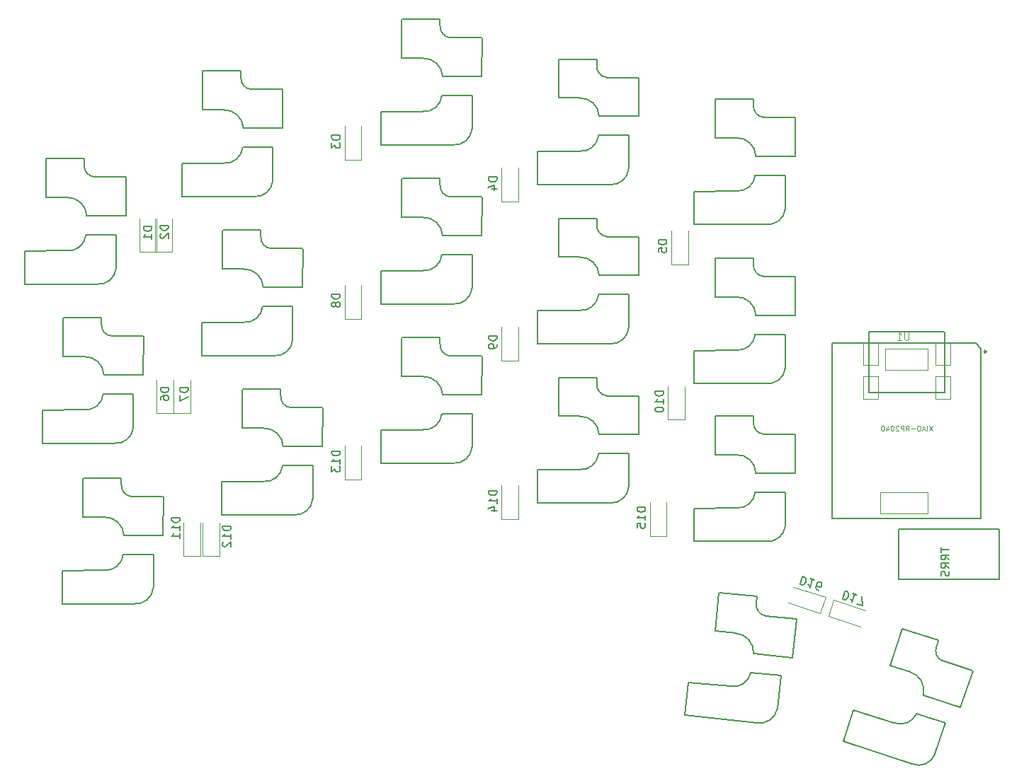
<source format=gbo>
%TF.GenerationSoftware,KiCad,Pcbnew,(6.0.7)*%
%TF.CreationDate,2022-09-23T16:12:31+09:00*%
%TF.ProjectId,selen-full,73656c65-6e2d-4667-956c-6c2e6b696361,rev?*%
%TF.SameCoordinates,Original*%
%TF.FileFunction,Legend,Bot*%
%TF.FilePolarity,Positive*%
%FSLAX46Y46*%
G04 Gerber Fmt 4.6, Leading zero omitted, Abs format (unit mm)*
G04 Created by KiCad (PCBNEW (6.0.7)) date 2022-09-23 16:12:31*
%MOMM*%
%LPD*%
G01*
G04 APERTURE LIST*
%ADD10C,0.150000*%
%ADD11C,0.101600*%
%ADD12C,0.076200*%
%ADD13C,0.120000*%
%ADD14C,0.127000*%
%ADD15C,0.066040*%
%ADD16C,0.254000*%
G04 APERTURE END LIST*
D10*
%TO.C,D9*%
X151952380Y-93961904D02*
X150952380Y-93961904D01*
X150952380Y-94200000D01*
X151000000Y-94342857D01*
X151095238Y-94438095D01*
X151190476Y-94485714D01*
X151380952Y-94533333D01*
X151523809Y-94533333D01*
X151714285Y-94485714D01*
X151809523Y-94438095D01*
X151904761Y-94342857D01*
X151952380Y-94200000D01*
X151952380Y-93961904D01*
X151952380Y-95009523D02*
X151952380Y-95200000D01*
X151904761Y-95295238D01*
X151857142Y-95342857D01*
X151714285Y-95438095D01*
X151523809Y-95485714D01*
X151142857Y-95485714D01*
X151047619Y-95438095D01*
X151000000Y-95390476D01*
X150952380Y-95295238D01*
X150952380Y-95104761D01*
X151000000Y-95009523D01*
X151047619Y-94961904D01*
X151142857Y-94914285D01*
X151380952Y-94914285D01*
X151476190Y-94961904D01*
X151523809Y-95009523D01*
X151571428Y-95104761D01*
X151571428Y-95295238D01*
X151523809Y-95390476D01*
X151476190Y-95438095D01*
X151380952Y-95485714D01*
%TO.C,D4*%
X151952380Y-74961904D02*
X150952380Y-74961904D01*
X150952380Y-75200000D01*
X151000000Y-75342857D01*
X151095238Y-75438095D01*
X151190476Y-75485714D01*
X151380952Y-75533333D01*
X151523809Y-75533333D01*
X151714285Y-75485714D01*
X151809523Y-75438095D01*
X151904761Y-75342857D01*
X151952380Y-75200000D01*
X151952380Y-74961904D01*
X151285714Y-76390476D02*
X151952380Y-76390476D01*
X150904761Y-76152380D02*
X151619047Y-75914285D01*
X151619047Y-76533333D01*
%TO.C,D12*%
X120152380Y-116719714D02*
X119152380Y-116719714D01*
X119152380Y-116957809D01*
X119200000Y-117100666D01*
X119295238Y-117195904D01*
X119390476Y-117243523D01*
X119580952Y-117291142D01*
X119723809Y-117291142D01*
X119914285Y-117243523D01*
X120009523Y-117195904D01*
X120104761Y-117100666D01*
X120152380Y-116957809D01*
X120152380Y-116719714D01*
X120152380Y-118243523D02*
X120152380Y-117672095D01*
X120152380Y-117957809D02*
X119152380Y-117957809D01*
X119295238Y-117862571D01*
X119390476Y-117767333D01*
X119438095Y-117672095D01*
X119247619Y-118624476D02*
X119200000Y-118672095D01*
X119152380Y-118767333D01*
X119152380Y-119005428D01*
X119200000Y-119100666D01*
X119247619Y-119148285D01*
X119342857Y-119195904D01*
X119438095Y-119195904D01*
X119580952Y-119148285D01*
X120152380Y-118576857D01*
X120152380Y-119195904D01*
%TO.C,D17*%
X193561558Y-124501938D02*
X193252541Y-125452994D01*
X193478983Y-125526570D01*
X193629563Y-125525427D01*
X193749570Y-125464280D01*
X193824289Y-125388418D01*
X193928437Y-125221980D01*
X193972583Y-125086115D01*
X193986155Y-124890246D01*
X193970296Y-124784954D01*
X193909150Y-124664947D01*
X193788000Y-124575513D01*
X193561558Y-124501938D01*
X195010787Y-124972821D02*
X194467326Y-124796240D01*
X194739056Y-124884530D02*
X194430039Y-125835587D01*
X194383608Y-125670291D01*
X194322461Y-125550284D01*
X194246599Y-125475566D01*
X195018788Y-126026883D02*
X195652826Y-126232894D01*
X195554247Y-125149402D01*
%TO.C,D15*%
X169702380Y-114485714D02*
X168702380Y-114485714D01*
X168702380Y-114723809D01*
X168750000Y-114866666D01*
X168845238Y-114961904D01*
X168940476Y-115009523D01*
X169130952Y-115057142D01*
X169273809Y-115057142D01*
X169464285Y-115009523D01*
X169559523Y-114961904D01*
X169654761Y-114866666D01*
X169702380Y-114723809D01*
X169702380Y-114485714D01*
X169702380Y-116009523D02*
X169702380Y-115438095D01*
X169702380Y-115723809D02*
X168702380Y-115723809D01*
X168845238Y-115628571D01*
X168940476Y-115533333D01*
X168988095Y-115438095D01*
X168702380Y-116914285D02*
X168702380Y-116438095D01*
X169178571Y-116390476D01*
X169130952Y-116438095D01*
X169083333Y-116533333D01*
X169083333Y-116771428D01*
X169130952Y-116866666D01*
X169178571Y-116914285D01*
X169273809Y-116961904D01*
X169511904Y-116961904D01*
X169607142Y-116914285D01*
X169654761Y-116866666D01*
X169702380Y-116771428D01*
X169702380Y-116533333D01*
X169654761Y-116438095D01*
X169607142Y-116390476D01*
%TO.C,D8*%
X133202380Y-88961904D02*
X132202380Y-88961904D01*
X132202380Y-89200000D01*
X132250000Y-89342857D01*
X132345238Y-89438095D01*
X132440476Y-89485714D01*
X132630952Y-89533333D01*
X132773809Y-89533333D01*
X132964285Y-89485714D01*
X133059523Y-89438095D01*
X133154761Y-89342857D01*
X133202380Y-89200000D01*
X133202380Y-88961904D01*
X132630952Y-90104761D02*
X132583333Y-90009523D01*
X132535714Y-89961904D01*
X132440476Y-89914285D01*
X132392857Y-89914285D01*
X132297619Y-89961904D01*
X132250000Y-90009523D01*
X132202380Y-90104761D01*
X132202380Y-90295238D01*
X132250000Y-90390476D01*
X132297619Y-90438095D01*
X132392857Y-90485714D01*
X132440476Y-90485714D01*
X132535714Y-90438095D01*
X132583333Y-90390476D01*
X132630952Y-90295238D01*
X132630952Y-90104761D01*
X132678571Y-90009523D01*
X132726190Y-89961904D01*
X132821428Y-89914285D01*
X133011904Y-89914285D01*
X133107142Y-89961904D01*
X133154761Y-90009523D01*
X133202380Y-90104761D01*
X133202380Y-90295238D01*
X133154761Y-90390476D01*
X133107142Y-90438095D01*
X133011904Y-90485714D01*
X132821428Y-90485714D01*
X132726190Y-90438095D01*
X132678571Y-90390476D01*
X132630952Y-90295238D01*
%TO.C,D11*%
X114052380Y-115719714D02*
X113052380Y-115719714D01*
X113052380Y-115957809D01*
X113100000Y-116100666D01*
X113195238Y-116195904D01*
X113290476Y-116243523D01*
X113480952Y-116291142D01*
X113623809Y-116291142D01*
X113814285Y-116243523D01*
X113909523Y-116195904D01*
X114004761Y-116100666D01*
X114052380Y-115957809D01*
X114052380Y-115719714D01*
X114052380Y-117243523D02*
X114052380Y-116672095D01*
X114052380Y-116957809D02*
X113052380Y-116957809D01*
X113195238Y-116862571D01*
X113290476Y-116767333D01*
X113338095Y-116672095D01*
X114052380Y-118195904D02*
X114052380Y-117624476D01*
X114052380Y-117910190D02*
X113052380Y-117910190D01*
X113195238Y-117814952D01*
X113290476Y-117719714D01*
X113338095Y-117624476D01*
%TO.C,D3*%
X133202380Y-69961904D02*
X132202380Y-69961904D01*
X132202380Y-70200000D01*
X132250000Y-70342857D01*
X132345238Y-70438095D01*
X132440476Y-70485714D01*
X132630952Y-70533333D01*
X132773809Y-70533333D01*
X132964285Y-70485714D01*
X133059523Y-70438095D01*
X133154761Y-70342857D01*
X133202380Y-70200000D01*
X133202380Y-69961904D01*
X132202380Y-70866666D02*
X132202380Y-71485714D01*
X132583333Y-71152380D01*
X132583333Y-71295238D01*
X132630952Y-71390476D01*
X132678571Y-71438095D01*
X132773809Y-71485714D01*
X133011904Y-71485714D01*
X133107142Y-71438095D01*
X133154761Y-71390476D01*
X133202380Y-71295238D01*
X133202380Y-71009523D01*
X133154761Y-70914285D01*
X133107142Y-70866666D01*
%TO.C,D5*%
X172252380Y-82461904D02*
X171252380Y-82461904D01*
X171252380Y-82700000D01*
X171300000Y-82842857D01*
X171395238Y-82938095D01*
X171490476Y-82985714D01*
X171680952Y-83033333D01*
X171823809Y-83033333D01*
X172014285Y-82985714D01*
X172109523Y-82938095D01*
X172204761Y-82842857D01*
X172252380Y-82700000D01*
X172252380Y-82461904D01*
X171252380Y-83938095D02*
X171252380Y-83461904D01*
X171728571Y-83414285D01*
X171680952Y-83461904D01*
X171633333Y-83557142D01*
X171633333Y-83795238D01*
X171680952Y-83890476D01*
X171728571Y-83938095D01*
X171823809Y-83985714D01*
X172061904Y-83985714D01*
X172157142Y-83938095D01*
X172204761Y-83890476D01*
X172252380Y-83795238D01*
X172252380Y-83557142D01*
X172204761Y-83461904D01*
X172157142Y-83414285D01*
%TO.C,D1*%
X110688380Y-80845904D02*
X109688380Y-80845904D01*
X109688380Y-81084000D01*
X109736000Y-81226857D01*
X109831238Y-81322095D01*
X109926476Y-81369714D01*
X110116952Y-81417333D01*
X110259809Y-81417333D01*
X110450285Y-81369714D01*
X110545523Y-81322095D01*
X110640761Y-81226857D01*
X110688380Y-81084000D01*
X110688380Y-80845904D01*
X110688380Y-82369714D02*
X110688380Y-81798285D01*
X110688380Y-82084000D02*
X109688380Y-82084000D01*
X109831238Y-81988761D01*
X109926476Y-81893523D01*
X109974095Y-81798285D01*
%TO.C,D16*%
X188490393Y-122750207D02*
X188181376Y-123701263D01*
X188407818Y-123774839D01*
X188558398Y-123773696D01*
X188678405Y-123712549D01*
X188753124Y-123636687D01*
X188857272Y-123470249D01*
X188901418Y-123334384D01*
X188914990Y-123138515D01*
X188899131Y-123033223D01*
X188837985Y-122913216D01*
X188716835Y-122823782D01*
X188490393Y-122750207D01*
X189939622Y-123221090D02*
X189396161Y-123044509D01*
X189667891Y-123132799D02*
X189358874Y-124083856D01*
X189312443Y-123918560D01*
X189251296Y-123798553D01*
X189175434Y-123723835D01*
X190445796Y-124437018D02*
X190264642Y-124378158D01*
X190188781Y-124303439D01*
X190158207Y-124243436D01*
X190111776Y-124078140D01*
X190125348Y-123882271D01*
X190243068Y-123519964D01*
X190317787Y-123444102D01*
X190377790Y-123413529D01*
X190483082Y-123397671D01*
X190664236Y-123456531D01*
X190740098Y-123531250D01*
X190770671Y-123591253D01*
X190786529Y-123696545D01*
X190712954Y-123922987D01*
X190638235Y-123998849D01*
X190578232Y-124029422D01*
X190472940Y-124045281D01*
X190291786Y-123986420D01*
X190215924Y-123911702D01*
X190185351Y-123851698D01*
X190169493Y-123746406D01*
%TO.C,D13*%
X133202380Y-107735714D02*
X132202380Y-107735714D01*
X132202380Y-107973809D01*
X132250000Y-108116666D01*
X132345238Y-108211904D01*
X132440476Y-108259523D01*
X132630952Y-108307142D01*
X132773809Y-108307142D01*
X132964285Y-108259523D01*
X133059523Y-108211904D01*
X133154761Y-108116666D01*
X133202380Y-107973809D01*
X133202380Y-107735714D01*
X133202380Y-109259523D02*
X133202380Y-108688095D01*
X133202380Y-108973809D02*
X132202380Y-108973809D01*
X132345238Y-108878571D01*
X132440476Y-108783333D01*
X132488095Y-108688095D01*
X132202380Y-109592857D02*
X132202380Y-110211904D01*
X132583333Y-109878571D01*
X132583333Y-110021428D01*
X132630952Y-110116666D01*
X132678571Y-110164285D01*
X132773809Y-110211904D01*
X133011904Y-110211904D01*
X133107142Y-110164285D01*
X133154761Y-110116666D01*
X133202380Y-110021428D01*
X133202380Y-109735714D01*
X133154761Y-109640476D01*
X133107142Y-109592857D01*
%TO.C,D10*%
X171852380Y-100585714D02*
X170852380Y-100585714D01*
X170852380Y-100823809D01*
X170900000Y-100966666D01*
X170995238Y-101061904D01*
X171090476Y-101109523D01*
X171280952Y-101157142D01*
X171423809Y-101157142D01*
X171614285Y-101109523D01*
X171709523Y-101061904D01*
X171804761Y-100966666D01*
X171852380Y-100823809D01*
X171852380Y-100585714D01*
X171852380Y-102109523D02*
X171852380Y-101538095D01*
X171852380Y-101823809D02*
X170852380Y-101823809D01*
X170995238Y-101728571D01*
X171090476Y-101633333D01*
X171138095Y-101538095D01*
X170852380Y-102728571D02*
X170852380Y-102823809D01*
X170900000Y-102919047D01*
X170947619Y-102966666D01*
X171042857Y-103014285D01*
X171233333Y-103061904D01*
X171471428Y-103061904D01*
X171661904Y-103014285D01*
X171757142Y-102966666D01*
X171804761Y-102919047D01*
X171852380Y-102823809D01*
X171852380Y-102728571D01*
X171804761Y-102633333D01*
X171757142Y-102585714D01*
X171661904Y-102538095D01*
X171471428Y-102490476D01*
X171233333Y-102490476D01*
X171042857Y-102538095D01*
X170947619Y-102585714D01*
X170900000Y-102633333D01*
X170852380Y-102728571D01*
%TO.C,D14*%
X151952380Y-112485714D02*
X150952380Y-112485714D01*
X150952380Y-112723809D01*
X151000000Y-112866666D01*
X151095238Y-112961904D01*
X151190476Y-113009523D01*
X151380952Y-113057142D01*
X151523809Y-113057142D01*
X151714285Y-113009523D01*
X151809523Y-112961904D01*
X151904761Y-112866666D01*
X151952380Y-112723809D01*
X151952380Y-112485714D01*
X151952380Y-114009523D02*
X151952380Y-113438095D01*
X151952380Y-113723809D02*
X150952380Y-113723809D01*
X151095238Y-113628571D01*
X151190476Y-113533333D01*
X151238095Y-113438095D01*
X151285714Y-114866666D02*
X151952380Y-114866666D01*
X150904761Y-114628571D02*
X151619047Y-114390476D01*
X151619047Y-115009523D01*
%TO.C,J1*%
X205022880Y-119287595D02*
X205022880Y-119859023D01*
X206022880Y-119573309D02*
X205022880Y-119573309D01*
X206022880Y-120763785D02*
X205546690Y-120430452D01*
X206022880Y-120192357D02*
X205022880Y-120192357D01*
X205022880Y-120573309D01*
X205070500Y-120668547D01*
X205118119Y-120716166D01*
X205213357Y-120763785D01*
X205356214Y-120763785D01*
X205451452Y-120716166D01*
X205499071Y-120668547D01*
X205546690Y-120573309D01*
X205546690Y-120192357D01*
X206022880Y-121763785D02*
X205546690Y-121430452D01*
X206022880Y-121192357D02*
X205022880Y-121192357D01*
X205022880Y-121573309D01*
X205070500Y-121668547D01*
X205118119Y-121716166D01*
X205213357Y-121763785D01*
X205356214Y-121763785D01*
X205451452Y-121716166D01*
X205499071Y-121668547D01*
X205546690Y-121573309D01*
X205546690Y-121192357D01*
X205975261Y-122144738D02*
X206022880Y-122287595D01*
X206022880Y-122525690D01*
X205975261Y-122620928D01*
X205927642Y-122668547D01*
X205832404Y-122716166D01*
X205737166Y-122716166D01*
X205641928Y-122668547D01*
X205594309Y-122620928D01*
X205546690Y-122525690D01*
X205499071Y-122335214D01*
X205451452Y-122239976D01*
X205403833Y-122192357D01*
X205308595Y-122144738D01*
X205213357Y-122144738D01*
X205118119Y-122192357D01*
X205070500Y-122239976D01*
X205022880Y-122335214D01*
X205022880Y-122573309D01*
X205070500Y-122716166D01*
%TO.C,D2*%
X112688380Y-80745904D02*
X111688380Y-80745904D01*
X111688380Y-80984000D01*
X111736000Y-81126857D01*
X111831238Y-81222095D01*
X111926476Y-81269714D01*
X112116952Y-81317333D01*
X112259809Y-81317333D01*
X112450285Y-81269714D01*
X112545523Y-81222095D01*
X112640761Y-81126857D01*
X112688380Y-80984000D01*
X112688380Y-80745904D01*
X111783619Y-81698285D02*
X111736000Y-81745904D01*
X111688380Y-81841142D01*
X111688380Y-82079238D01*
X111736000Y-82174476D01*
X111783619Y-82222095D01*
X111878857Y-82269714D01*
X111974095Y-82269714D01*
X112116952Y-82222095D01*
X112688380Y-81650666D01*
X112688380Y-82269714D01*
%TO.C,D7*%
X115027380Y-100149904D02*
X114027380Y-100149904D01*
X114027380Y-100388000D01*
X114075000Y-100530857D01*
X114170238Y-100626095D01*
X114265476Y-100673714D01*
X114455952Y-100721333D01*
X114598809Y-100721333D01*
X114789285Y-100673714D01*
X114884523Y-100626095D01*
X114979761Y-100530857D01*
X115027380Y-100388000D01*
X115027380Y-100149904D01*
X114027380Y-101054666D02*
X114027380Y-101721333D01*
X115027380Y-101292761D01*
D11*
%TO.C,U1*%
X201181017Y-93581782D02*
X201181017Y-94301449D01*
X201138684Y-94386116D01*
X201096350Y-94428449D01*
X201011684Y-94470782D01*
X200842350Y-94470782D01*
X200757684Y-94428449D01*
X200715350Y-94386116D01*
X200673017Y-94301449D01*
X200673017Y-93581782D01*
X199784017Y-94470782D02*
X200292017Y-94470782D01*
X200038017Y-94470782D02*
X200038017Y-93581782D01*
X200122684Y-93708782D01*
X200207350Y-93793449D01*
X200292017Y-93835782D01*
D12*
X204025212Y-104720287D02*
X203618812Y-105329887D01*
X203618812Y-104720287D02*
X204025212Y-105329887D01*
X203386584Y-105329887D02*
X203386584Y-104720287D01*
X203125326Y-105155716D02*
X202835041Y-105155716D01*
X203183384Y-105329887D02*
X202980184Y-104720287D01*
X202776984Y-105329887D01*
X202457669Y-104720287D02*
X202341555Y-104720287D01*
X202283498Y-104749316D01*
X202225441Y-104807373D01*
X202196412Y-104923487D01*
X202196412Y-105126687D01*
X202225441Y-105242801D01*
X202283498Y-105300858D01*
X202341555Y-105329887D01*
X202457669Y-105329887D01*
X202515726Y-105300858D01*
X202573784Y-105242801D01*
X202602812Y-105126687D01*
X202602812Y-104923487D01*
X202573784Y-104807373D01*
X202515726Y-104749316D01*
X202457669Y-104720287D01*
X201935155Y-105097658D02*
X201470698Y-105097658D01*
X200832069Y-105329887D02*
X201035269Y-105039601D01*
X201180412Y-105329887D02*
X201180412Y-104720287D01*
X200948184Y-104720287D01*
X200890126Y-104749316D01*
X200861098Y-104778344D01*
X200832069Y-104836401D01*
X200832069Y-104923487D01*
X200861098Y-104981544D01*
X200890126Y-105010573D01*
X200948184Y-105039601D01*
X201180412Y-105039601D01*
X200570812Y-105329887D02*
X200570812Y-104720287D01*
X200338584Y-104720287D01*
X200280526Y-104749316D01*
X200251498Y-104778344D01*
X200222469Y-104836401D01*
X200222469Y-104923487D01*
X200251498Y-104981544D01*
X200280526Y-105010573D01*
X200338584Y-105039601D01*
X200570812Y-105039601D01*
X199990241Y-104778344D02*
X199961212Y-104749316D01*
X199903155Y-104720287D01*
X199758012Y-104720287D01*
X199699955Y-104749316D01*
X199670926Y-104778344D01*
X199641898Y-104836401D01*
X199641898Y-104894458D01*
X199670926Y-104981544D01*
X200019269Y-105329887D01*
X199641898Y-105329887D01*
X199264526Y-104720287D02*
X199206469Y-104720287D01*
X199148412Y-104749316D01*
X199119384Y-104778344D01*
X199090355Y-104836401D01*
X199061326Y-104952516D01*
X199061326Y-105097658D01*
X199090355Y-105213773D01*
X199119384Y-105271830D01*
X199148412Y-105300858D01*
X199206469Y-105329887D01*
X199264526Y-105329887D01*
X199322584Y-105300858D01*
X199351612Y-105271830D01*
X199380641Y-105213773D01*
X199409669Y-105097658D01*
X199409669Y-104952516D01*
X199380641Y-104836401D01*
X199351612Y-104778344D01*
X199322584Y-104749316D01*
X199264526Y-104720287D01*
X198538812Y-104923487D02*
X198538812Y-105329887D01*
X198683955Y-104691258D02*
X198829098Y-105126687D01*
X198451726Y-105126687D01*
X198103384Y-104720287D02*
X198045326Y-104720287D01*
X197987269Y-104749316D01*
X197958241Y-104778344D01*
X197929212Y-104836401D01*
X197900184Y-104952516D01*
X197900184Y-105097658D01*
X197929212Y-105213773D01*
X197958241Y-105271830D01*
X197987269Y-105300858D01*
X198045326Y-105329887D01*
X198103384Y-105329887D01*
X198161441Y-105300858D01*
X198190469Y-105271830D01*
X198219498Y-105213773D01*
X198248526Y-105097658D01*
X198248526Y-104952516D01*
X198219498Y-104836401D01*
X198190469Y-104778344D01*
X198161441Y-104749316D01*
X198103384Y-104720287D01*
D10*
%TO.C,D6*%
X112720380Y-100149904D02*
X111720380Y-100149904D01*
X111720380Y-100388000D01*
X111768000Y-100530857D01*
X111863238Y-100626095D01*
X111958476Y-100673714D01*
X112148952Y-100721333D01*
X112291809Y-100721333D01*
X112482285Y-100673714D01*
X112577523Y-100626095D01*
X112672761Y-100530857D01*
X112720380Y-100388000D01*
X112720380Y-100149904D01*
X111720380Y-101578476D02*
X111720380Y-101388000D01*
X111768000Y-101292761D01*
X111815619Y-101245142D01*
X111958476Y-101149904D01*
X112148952Y-101102285D01*
X112529904Y-101102285D01*
X112625142Y-101149904D01*
X112672761Y-101197523D01*
X112720380Y-101292761D01*
X112720380Y-101483238D01*
X112672761Y-101578476D01*
X112625142Y-101626095D01*
X112529904Y-101673714D01*
X112291809Y-101673714D01*
X112196571Y-101626095D01*
X112148952Y-101578476D01*
X112101333Y-101483238D01*
X112101333Y-101292761D01*
X112148952Y-101197523D01*
X112196571Y-101149904D01*
X112291809Y-101102285D01*
D13*
%TO.C,D9*%
X154500000Y-96900000D02*
X154500000Y-92850000D01*
X152500000Y-96900000D02*
X154500000Y-96900000D01*
X152500000Y-96900000D02*
X152500000Y-92850000D01*
%TO.C,D4*%
X152500000Y-77900000D02*
X154500000Y-77900000D01*
X154500000Y-77900000D02*
X154500000Y-73850000D01*
X152500000Y-77900000D02*
X152500000Y-73850000D01*
%TO.C,D12*%
X116750000Y-120334000D02*
X118750000Y-120334000D01*
X118750000Y-120334000D02*
X118750000Y-116284000D01*
X116750000Y-120334000D02*
X116750000Y-116284000D01*
%TO.C,D17*%
X192175277Y-125578632D02*
X196027056Y-126830151D01*
X191557243Y-127480745D02*
X195409022Y-128732264D01*
X192175277Y-125578632D02*
X191557243Y-127480745D01*
D10*
%TO.C,SW1*%
X95530000Y-87766500D02*
X104155000Y-87766500D01*
X107605000Y-79562500D02*
X107630000Y-74962500D01*
X98055000Y-77387500D02*
X100605000Y-77387500D01*
X98055000Y-72737500D02*
X102605000Y-72737500D01*
X98030000Y-77362500D02*
X98030000Y-72762500D01*
X103830000Y-74937500D02*
X107605000Y-74937500D01*
X95530000Y-83858500D02*
X95530000Y-87766500D01*
X102610000Y-73462500D02*
X102610000Y-72762500D01*
X106430000Y-81858500D02*
X102820000Y-81858500D01*
X95530000Y-83812500D02*
X100580000Y-83766500D01*
X106430000Y-85812500D02*
X106430000Y-81867500D01*
X102905000Y-79587500D02*
X107605000Y-79587500D01*
X100555000Y-83762500D02*
G75*
G03*
X102815000Y-81882500I190000J2070000D01*
G01*
X102610000Y-73512500D02*
G75*
G03*
X103830000Y-74932500I1320000J-100000D01*
G01*
X104155000Y-87766500D02*
G75*
G03*
X106419000Y-85882500I190000J2074000D01*
G01*
X102900000Y-79562500D02*
G75*
G03*
X100530000Y-77392500I-2270000J-100000D01*
G01*
%TO.C,SW13*%
X145155000Y-94893750D02*
X145155000Y-94193750D01*
X138075000Y-105243750D02*
X143125000Y-105197750D01*
X150150000Y-100993750D02*
X150175000Y-96393750D01*
X138075000Y-109197750D02*
X146700000Y-109197750D01*
X140575000Y-98793750D02*
X140575000Y-94193750D01*
X138075000Y-105289750D02*
X138075000Y-109197750D01*
X145450000Y-101018750D02*
X150150000Y-101018750D01*
X140600000Y-94168750D02*
X145150000Y-94168750D01*
X146375000Y-96368750D02*
X150150000Y-96368750D01*
X148975000Y-103289750D02*
X145365000Y-103289750D01*
X148975000Y-107243750D02*
X148975000Y-103298750D01*
X140600000Y-98818750D02*
X143150000Y-98818750D01*
X145155000Y-94943750D02*
G75*
G03*
X146375000Y-96363750I1320000J-100000D01*
G01*
X143100000Y-105193750D02*
G75*
G03*
X145360000Y-103313750I190000J2070000D01*
G01*
X145445000Y-100993750D02*
G75*
G03*
X143075000Y-98823750I-2270000J-100000D01*
G01*
X146700000Y-109197750D02*
G75*
G03*
X148964000Y-107313750I190000J2074000D01*
G01*
D13*
%TO.C,D15*%
X170250000Y-117900000D02*
X170250000Y-113850000D01*
X170250000Y-117900000D02*
X172250000Y-117900000D01*
X172250000Y-117900000D02*
X172250000Y-113850000D01*
%TO.C,D8*%
X133750000Y-91900000D02*
X135750000Y-91900000D01*
X133750000Y-91900000D02*
X133750000Y-87850000D01*
X135750000Y-91900000D02*
X135750000Y-87850000D01*
D10*
%TO.C,SW7*%
X123723750Y-82035000D02*
X123723750Y-81335000D01*
X116643750Y-92431000D02*
X116643750Y-96339000D01*
X127543750Y-90431000D02*
X123933750Y-90431000D01*
X127543750Y-94385000D02*
X127543750Y-90440000D01*
X116643750Y-92385000D02*
X121693750Y-92339000D01*
X116643750Y-96339000D02*
X125268750Y-96339000D01*
X124018750Y-88160000D02*
X128718750Y-88160000D01*
X128718750Y-88135000D02*
X128743750Y-83535000D01*
X119168750Y-81310000D02*
X123718750Y-81310000D01*
X124943750Y-83510000D02*
X128718750Y-83510000D01*
X119168750Y-85960000D02*
X121718750Y-85960000D01*
X119143750Y-85935000D02*
X119143750Y-81335000D01*
X123723750Y-82085000D02*
G75*
G03*
X124943750Y-83505000I1320000J-100000D01*
G01*
X124013750Y-88135000D02*
G75*
G03*
X121643750Y-85965000I-2270000J-100000D01*
G01*
X125268750Y-96339000D02*
G75*
G03*
X127532750Y-94455000I190000J2074000D01*
G01*
X121668750Y-92335000D02*
G75*
G03*
X123928750Y-90455000I190000J2070000D01*
G01*
D13*
%TO.C,D11*%
X116500000Y-120334000D02*
X116500000Y-116284000D01*
X114500000Y-120334000D02*
X116500000Y-120334000D01*
X114500000Y-120334000D02*
X114500000Y-116284000D01*
D10*
%TO.C,SW6*%
X97593750Y-102862500D02*
X102643750Y-102816500D01*
X104673750Y-92512500D02*
X104673750Y-91812500D01*
X97593750Y-106816500D02*
X106218750Y-106816500D01*
X97593750Y-102908500D02*
X97593750Y-106816500D01*
X100118750Y-96437500D02*
X102668750Y-96437500D01*
X100093750Y-96412500D02*
X100093750Y-91812500D01*
X100118750Y-91787500D02*
X104668750Y-91787500D01*
X108493750Y-100908500D02*
X104883750Y-100908500D01*
X108493750Y-104862500D02*
X108493750Y-100917500D01*
X104968750Y-98637500D02*
X109668750Y-98637500D01*
X105893750Y-93987500D02*
X109668750Y-93987500D01*
X109668750Y-98612500D02*
X109693750Y-94012500D01*
X104963750Y-98612500D02*
G75*
G03*
X102593750Y-96442500I-2270000J-100000D01*
G01*
X102618750Y-102812500D02*
G75*
G03*
X104878750Y-100932500I190000J2070000D01*
G01*
X106218750Y-106816500D02*
G75*
G03*
X108482750Y-104932500I190000J2074000D01*
G01*
X104673750Y-92562500D02*
G75*
G03*
X105893750Y-93982500I1320000J-100000D01*
G01*
%TO.C,SW11*%
X107055000Y-111721250D02*
X107055000Y-111021250D01*
X107350000Y-117846250D02*
X112050000Y-117846250D01*
X99975000Y-122117250D02*
X99975000Y-126025250D01*
X108275000Y-113196250D02*
X112050000Y-113196250D01*
X99975000Y-122071250D02*
X105025000Y-122025250D01*
X110875000Y-124071250D02*
X110875000Y-120126250D01*
X112050000Y-117821250D02*
X112075000Y-113221250D01*
X102500000Y-110996250D02*
X107050000Y-110996250D01*
X102500000Y-115646250D02*
X105050000Y-115646250D01*
X99975000Y-126025250D02*
X108600000Y-126025250D01*
X102475000Y-115621250D02*
X102475000Y-111021250D01*
X110875000Y-120117250D02*
X107265000Y-120117250D01*
X108600000Y-126025250D02*
G75*
G03*
X110864000Y-124141250I190000J2074000D01*
G01*
X107055000Y-111771250D02*
G75*
G03*
X108275000Y-113191250I1320000J-100000D01*
G01*
X105000000Y-122021250D02*
G75*
G03*
X107260000Y-120141250I190000J2070000D01*
G01*
X107345000Y-117821250D02*
G75*
G03*
X104975000Y-115651250I-2270000J-100000D01*
G01*
%TO.C,SW8*%
X140600000Y-79768750D02*
X143150000Y-79768750D01*
X148975000Y-88193750D02*
X148975000Y-84248750D01*
X145450000Y-81968750D02*
X150150000Y-81968750D01*
X138075000Y-86239750D02*
X138075000Y-90147750D01*
X148975000Y-84239750D02*
X145365000Y-84239750D01*
X150150000Y-81943750D02*
X150175000Y-77343750D01*
X138075000Y-90147750D02*
X146700000Y-90147750D01*
X140600000Y-75118750D02*
X145150000Y-75118750D01*
X138075000Y-86193750D02*
X143125000Y-86147750D01*
X145155000Y-75843750D02*
X145155000Y-75143750D01*
X140575000Y-79743750D02*
X140575000Y-75143750D01*
X146375000Y-77318750D02*
X150150000Y-77318750D01*
X143100000Y-86143750D02*
G75*
G03*
X145360000Y-84263750I190000J2070000D01*
G01*
X145445000Y-81943750D02*
G75*
G03*
X143075000Y-79773750I-2270000J-100000D01*
G01*
X146700000Y-90147750D02*
G75*
G03*
X148964000Y-88263750I190000J2074000D01*
G01*
X145155000Y-75893750D02*
G75*
G03*
X146375000Y-77313750I1320000J-100000D01*
G01*
%TO.C,SW10*%
X175540000Y-95718750D02*
X180590000Y-95672750D01*
X178040000Y-89268750D02*
X178040000Y-84668750D01*
X187615000Y-91468750D02*
X187640000Y-86868750D01*
X186440000Y-97718750D02*
X186440000Y-93773750D01*
X183840000Y-86843750D02*
X187615000Y-86843750D01*
X175540000Y-95764750D02*
X175540000Y-99672750D01*
X178065000Y-84643750D02*
X182615000Y-84643750D01*
X186440000Y-93764750D02*
X182830000Y-93764750D01*
X182915000Y-91493750D02*
X187615000Y-91493750D01*
X178065000Y-89293750D02*
X180615000Y-89293750D01*
X182620000Y-85368750D02*
X182620000Y-84668750D01*
X175540000Y-99672750D02*
X184165000Y-99672750D01*
X182910000Y-91468750D02*
G75*
G03*
X180540000Y-89298750I-2270000J-100000D01*
G01*
X180565000Y-95668750D02*
G75*
G03*
X182825000Y-93788750I190000J2070000D01*
G01*
X184165000Y-99672750D02*
G75*
G03*
X186429000Y-97788750I190000J2074000D01*
G01*
X182620000Y-85418750D02*
G75*
G03*
X183840000Y-86838750I1320000J-100000D01*
G01*
%TO.C,SW15*%
X186440000Y-116610000D02*
X186440000Y-112665000D01*
X186440000Y-112656000D02*
X182830000Y-112656000D01*
X175540000Y-114610000D02*
X180590000Y-114564000D01*
X182620000Y-104260000D02*
X182620000Y-103560000D01*
X178065000Y-103535000D02*
X182615000Y-103535000D01*
X178065000Y-108185000D02*
X180615000Y-108185000D01*
X187615000Y-110360000D02*
X187640000Y-105760000D01*
X182915000Y-110385000D02*
X187615000Y-110385000D01*
X175540000Y-118564000D02*
X184165000Y-118564000D01*
X183840000Y-105735000D02*
X187615000Y-105735000D01*
X175540000Y-114656000D02*
X175540000Y-118564000D01*
X178040000Y-108160000D02*
X178040000Y-103560000D01*
X184165000Y-118564000D02*
G75*
G03*
X186429000Y-116680000I190000J2074000D01*
G01*
X180565000Y-114560000D02*
G75*
G03*
X182825000Y-112680000I190000J2070000D01*
G01*
X182620000Y-104310000D02*
G75*
G03*
X183840000Y-105730000I1320000J-100000D01*
G01*
X182910000Y-110360000D02*
G75*
G03*
X180540000Y-108190000I-2270000J-100000D01*
G01*
%TO.C,SW3*%
X140600000Y-56068750D02*
X145150000Y-56068750D01*
X138075000Y-67143750D02*
X143125000Y-67097750D01*
X150150000Y-62893750D02*
X150175000Y-58293750D01*
X140600000Y-60718750D02*
X143150000Y-60718750D01*
X145450000Y-62918750D02*
X150150000Y-62918750D01*
X148975000Y-65189750D02*
X145365000Y-65189750D01*
X140575000Y-60693750D02*
X140575000Y-56093750D01*
X145155000Y-56793750D02*
X145155000Y-56093750D01*
X138075000Y-67189750D02*
X138075000Y-71097750D01*
X146375000Y-58268750D02*
X150150000Y-58268750D01*
X148975000Y-69143750D02*
X148975000Y-65198750D01*
X138075000Y-71097750D02*
X146700000Y-71097750D01*
X143100000Y-67093750D02*
G75*
G03*
X145360000Y-65213750I190000J2070000D01*
G01*
X146700000Y-71097750D02*
G75*
G03*
X148964000Y-69213750I190000J2074000D01*
G01*
X145445000Y-62893750D02*
G75*
G03*
X143075000Y-60723750I-2270000J-100000D01*
G01*
X145155000Y-56843750D02*
G75*
G03*
X146375000Y-58263750I1320000J-100000D01*
G01*
%TO.C,SW16*%
X174848712Y-135474981D02*
X174440215Y-139361572D01*
X174440215Y-139361572D02*
X183017967Y-140263130D01*
X182976605Y-125875993D02*
X183049775Y-125179827D01*
X185484753Y-138557637D02*
X185897117Y-134634248D01*
X178522341Y-124678837D02*
X183047416Y-125154442D01*
X185898058Y-134625297D02*
X182307834Y-134247949D01*
X174853521Y-135429233D02*
X179880665Y-135911354D01*
X182629753Y-131998275D02*
X187304005Y-132489559D01*
X178036284Y-129303364D02*
X180572315Y-129569912D01*
X178014034Y-129275888D02*
X178494865Y-124701087D01*
X184035743Y-127470437D02*
X187790063Y-127865032D01*
X187306619Y-132464696D02*
X187812313Y-127892508D01*
X183017967Y-140263130D02*
G75*
G03*
X185466496Y-138626104I405751J2042778D01*
G01*
X182627393Y-131972889D02*
G75*
G03*
X180497203Y-129567045I-2268017J137827D01*
G01*
X179856220Y-135904762D02*
G75*
G03*
X182300353Y-134271295I405333J2038800D01*
G01*
X182971379Y-125925719D02*
G75*
G03*
X184036265Y-127465465I1302316J-237430D01*
G01*
D13*
%TO.C,D3*%
X133750000Y-72900000D02*
X133750000Y-68850000D01*
X133750000Y-72900000D02*
X135750000Y-72900000D01*
X135750000Y-72900000D02*
X135750000Y-68850000D01*
%TO.C,D5*%
X174800000Y-85400000D02*
X174800000Y-81350000D01*
X172800000Y-85400000D02*
X172800000Y-81350000D01*
X172800000Y-85400000D02*
X174800000Y-85400000D01*
%TO.C,D1*%
X109236000Y-83934000D02*
X109236000Y-79884000D01*
X109236000Y-83934000D02*
X111236000Y-83934000D01*
X111236000Y-83934000D02*
X111236000Y-79884000D01*
D10*
%TO.C,SW2*%
X114262500Y-73335000D02*
X119312500Y-73289000D01*
X121342500Y-62985000D02*
X121342500Y-62285000D01*
X114262500Y-73381000D02*
X114262500Y-77289000D01*
X126337500Y-69085000D02*
X126362500Y-64485000D01*
X114262500Y-77289000D02*
X122887500Y-77289000D01*
X125162500Y-71381000D02*
X121552500Y-71381000D01*
X121637500Y-69110000D02*
X126337500Y-69110000D01*
X116787500Y-66910000D02*
X119337500Y-66910000D01*
X116787500Y-62260000D02*
X121337500Y-62260000D01*
X122562500Y-64460000D02*
X126337500Y-64460000D01*
X125162500Y-75335000D02*
X125162500Y-71390000D01*
X116762500Y-66885000D02*
X116762500Y-62285000D01*
X122887500Y-77289000D02*
G75*
G03*
X125151500Y-75405000I190000J2074000D01*
G01*
X121632500Y-69085000D02*
G75*
G03*
X119262500Y-66915000I-2270000J-100000D01*
G01*
X121342500Y-63035000D02*
G75*
G03*
X122562500Y-64455000I1320000J-100000D01*
G01*
X119287500Y-73285000D02*
G75*
G03*
X121547500Y-71405000I190000J2070000D01*
G01*
%TO.C,SW9*%
X165107500Y-82081250D02*
X168882500Y-82081250D01*
X156807500Y-90956250D02*
X161857500Y-90910250D01*
X156807500Y-91002250D02*
X156807500Y-94910250D01*
X159332500Y-84531250D02*
X161882500Y-84531250D01*
X156807500Y-94910250D02*
X165432500Y-94910250D01*
X167707500Y-92956250D02*
X167707500Y-89011250D01*
X159332500Y-79881250D02*
X163882500Y-79881250D01*
X163887500Y-80606250D02*
X163887500Y-79906250D01*
X159307500Y-84506250D02*
X159307500Y-79906250D01*
X167707500Y-89002250D02*
X164097500Y-89002250D01*
X168882500Y-86706250D02*
X168907500Y-82106250D01*
X164182500Y-86731250D02*
X168882500Y-86731250D01*
X164177500Y-86706250D02*
G75*
G03*
X161807500Y-84536250I-2270000J-100000D01*
G01*
X165432500Y-94910250D02*
G75*
G03*
X167696500Y-93026250I190000J2074000D01*
G01*
X161832500Y-90906250D02*
G75*
G03*
X164092500Y-89026250I190000J2070000D01*
G01*
X163887500Y-80656250D02*
G75*
G03*
X165107500Y-82076250I1320000J-100000D01*
G01*
%TO.C,SW5*%
X183840000Y-67793750D02*
X187615000Y-67793750D01*
X175540000Y-76668750D02*
X180590000Y-76622750D01*
X178065000Y-65593750D02*
X182615000Y-65593750D01*
X182915000Y-72443750D02*
X187615000Y-72443750D01*
X182620000Y-66318750D02*
X182620000Y-65618750D01*
X178065000Y-70243750D02*
X180615000Y-70243750D01*
X187615000Y-72418750D02*
X187640000Y-67818750D01*
X186440000Y-74714750D02*
X182830000Y-74714750D01*
X175540000Y-80622750D02*
X184165000Y-80622750D01*
X175540000Y-76714750D02*
X175540000Y-80622750D01*
X186440000Y-78668750D02*
X186440000Y-74723750D01*
X178040000Y-70218750D02*
X178040000Y-65618750D01*
X184165000Y-80622750D02*
G75*
G03*
X186429000Y-78738750I190000J2074000D01*
G01*
X182620000Y-66368750D02*
G75*
G03*
X183840000Y-67788750I1320000J-100000D01*
G01*
X180565000Y-76618750D02*
G75*
G03*
X182825000Y-74738750I190000J2070000D01*
G01*
X182910000Y-72418750D02*
G75*
G03*
X180540000Y-70248750I-2270000J-100000D01*
G01*
D13*
%TO.C,D16*%
X191220757Y-125249255D02*
X187368978Y-123997736D01*
X190602723Y-127151368D02*
X191220757Y-125249255D01*
X190602723Y-127151368D02*
X186750944Y-125899849D01*
%TO.C,D13*%
X133750000Y-111150000D02*
X135750000Y-111150000D01*
X133750000Y-111150000D02*
X133750000Y-107100000D01*
X135750000Y-111150000D02*
X135750000Y-107100000D01*
%TO.C,D10*%
X174400000Y-104000000D02*
X174400000Y-99950000D01*
X172400000Y-104000000D02*
X174400000Y-104000000D01*
X172400000Y-104000000D02*
X172400000Y-99950000D01*
D10*
%TO.C,SW17*%
X194591779Y-138750530D02*
X199408829Y-140267318D01*
X198978631Y-133420260D02*
X201403825Y-134208254D01*
X205562115Y-140260451D02*
X202128800Y-139144900D01*
X205228074Y-132874745D02*
X208818313Y-134041284D01*
X198962580Y-133388758D02*
X200384058Y-129013898D01*
X194577565Y-138794279D02*
X193369926Y-142511008D01*
X202911418Y-137011317D02*
X207381384Y-138463697D01*
X193369926Y-142511008D02*
X201572789Y-145176280D01*
X207389109Y-138439921D02*
X208834364Y-134072786D01*
X204523585Y-131094936D02*
X204739897Y-130429196D01*
X204340261Y-144020929D02*
X205559333Y-140269011D01*
X200415560Y-128997847D02*
X204742867Y-130403875D01*
X201572789Y-145176280D02*
G75*
G03*
X204308169Y-144084104I821602J1913778D01*
G01*
X204508134Y-131142489D02*
G75*
G03*
X205229619Y-132869990I1224493J-503008D01*
G01*
X202914388Y-136985996D02*
G75*
G03*
X201330951Y-134189833I-2189800J606363D01*
G01*
X199386289Y-140255788D02*
G75*
G03*
X202116629Y-139166180I820366J1909974D01*
G01*
%TO.C,SW12*%
X126105000Y-101085000D02*
X126105000Y-100385000D01*
X127325000Y-102560000D02*
X131100000Y-102560000D01*
X121550000Y-105010000D02*
X124100000Y-105010000D01*
X121550000Y-100360000D02*
X126100000Y-100360000D01*
X121525000Y-104985000D02*
X121525000Y-100385000D01*
X119025000Y-115389000D02*
X127650000Y-115389000D01*
X126400000Y-107210000D02*
X131100000Y-107210000D01*
X119025000Y-111435000D02*
X124075000Y-111389000D01*
X119025000Y-111481000D02*
X119025000Y-115389000D01*
X129925000Y-109481000D02*
X126315000Y-109481000D01*
X131100000Y-107185000D02*
X131125000Y-102585000D01*
X129925000Y-113435000D02*
X129925000Y-109490000D01*
X124050000Y-111385000D02*
G75*
G03*
X126310000Y-109505000I190000J2070000D01*
G01*
X126105000Y-101135000D02*
G75*
G03*
X127325000Y-102555000I1320000J-100000D01*
G01*
X127650000Y-115389000D02*
G75*
G03*
X129914000Y-113505000I190000J2074000D01*
G01*
X126395000Y-107185000D02*
G75*
G03*
X124025000Y-105015000I-2270000J-100000D01*
G01*
D13*
%TO.C,D14*%
X154500000Y-115900000D02*
X154500000Y-111850000D01*
X152500000Y-115900000D02*
X152500000Y-111850000D01*
X152500000Y-115900000D02*
X154500000Y-115900000D01*
D10*
%TO.C,J1*%
X199984000Y-117125000D02*
X211984000Y-117125000D01*
X211984000Y-117125000D02*
X211984000Y-123125000D01*
X199984000Y-123125000D02*
X199984000Y-117125000D01*
X211984000Y-123125000D02*
X199984000Y-123125000D01*
D13*
%TO.C,D2*%
X111111000Y-83934000D02*
X113111000Y-83934000D01*
X111111000Y-83934000D02*
X111111000Y-79884000D01*
X113111000Y-83934000D02*
X113111000Y-79884000D01*
D10*
%TO.C,SW14*%
X163887500Y-99656250D02*
X163887500Y-98956250D01*
X164182500Y-105781250D02*
X168882500Y-105781250D01*
X167707500Y-108052250D02*
X164097500Y-108052250D01*
X168882500Y-105756250D02*
X168907500Y-101156250D01*
X159307500Y-103556250D02*
X159307500Y-98956250D01*
X167707500Y-112006250D02*
X167707500Y-108061250D01*
X165107500Y-101131250D02*
X168882500Y-101131250D01*
X159332500Y-103581250D02*
X161882500Y-103581250D01*
X156807500Y-113960250D02*
X165432500Y-113960250D01*
X156807500Y-110006250D02*
X161857500Y-109960250D01*
X156807500Y-110052250D02*
X156807500Y-113960250D01*
X159332500Y-98931250D02*
X163882500Y-98931250D01*
X164177500Y-105756250D02*
G75*
G03*
X161807500Y-103586250I-2270000J-100000D01*
G01*
X161832500Y-109956250D02*
G75*
G03*
X164092500Y-108076250I190000J2070000D01*
G01*
X163887500Y-99706250D02*
G75*
G03*
X165107500Y-101126250I1320000J-100000D01*
G01*
X165432500Y-113960250D02*
G75*
G03*
X167696500Y-112076250I190000J2074000D01*
G01*
D13*
%TO.C,D7*%
X113300000Y-103238000D02*
X113300000Y-99188000D01*
X113300000Y-103238000D02*
X115300000Y-103238000D01*
X115300000Y-103238000D02*
X115300000Y-99188000D01*
D10*
%TO.C,SW4*%
X168882500Y-67656250D02*
X168907500Y-63056250D01*
X159307500Y-65456250D02*
X159307500Y-60856250D01*
X167707500Y-73906250D02*
X167707500Y-69961250D01*
X156807500Y-75860250D02*
X165432500Y-75860250D01*
X163887500Y-61556250D02*
X163887500Y-60856250D01*
X159332500Y-65481250D02*
X161882500Y-65481250D01*
X164182500Y-67681250D02*
X168882500Y-67681250D01*
X159332500Y-60831250D02*
X163882500Y-60831250D01*
X167707500Y-69952250D02*
X164097500Y-69952250D01*
X156807500Y-71906250D02*
X161857500Y-71860250D01*
X165107500Y-63031250D02*
X168882500Y-63031250D01*
X156807500Y-71952250D02*
X156807500Y-75860250D01*
X163887500Y-61606250D02*
G75*
G03*
X165107500Y-63026250I1320000J-100000D01*
G01*
X164177500Y-67656250D02*
G75*
G03*
X161807500Y-65486250I-2270000J-100000D01*
G01*
X165432500Y-75860250D02*
G75*
G03*
X167696500Y-73976250I190000J2074000D01*
G01*
X161832500Y-71856250D02*
G75*
G03*
X164092500Y-69976250I190000J2070000D01*
G01*
D14*
%TO.C,U1*%
X209838184Y-95521496D02*
X209838184Y-115849116D01*
D15*
X203488184Y-98069116D02*
X203488184Y-95529116D01*
X203488184Y-115214116D02*
X197773184Y-115214116D01*
X197519184Y-97434116D02*
X195741184Y-97434116D01*
D14*
X209838184Y-115849116D02*
X192040404Y-115849116D01*
X196444764Y-100779296D02*
X205443984Y-100779296D01*
X192040404Y-94850936D02*
X209167624Y-94850936D01*
D15*
X206155184Y-97434116D02*
X206155184Y-94767116D01*
X204377184Y-101500656D02*
X204377184Y-98831116D01*
D14*
X205443984Y-100779296D02*
X205443984Y-93425996D01*
D15*
X198408184Y-98069116D02*
X198408184Y-95529116D01*
X197773184Y-115214116D02*
X197773184Y-112674116D01*
D14*
X205438904Y-93425996D02*
X196444764Y-93425996D01*
D15*
X206155184Y-101500656D02*
X206155184Y-98831116D01*
X203488184Y-112674116D02*
X197773184Y-112674116D01*
X203488184Y-115214116D02*
X203488184Y-112674116D01*
X197519184Y-97434116D02*
X197519184Y-94767116D01*
D14*
X209167624Y-94850936D02*
X209838184Y-95521496D01*
D15*
X203488184Y-95529116D02*
X198408184Y-95529116D01*
X203488184Y-98069116D02*
X198408184Y-98069116D01*
X197519184Y-98831116D02*
X195741184Y-98831116D01*
X206155184Y-98831116D02*
X204377184Y-98831116D01*
X195741184Y-101500656D02*
X195741184Y-98831116D01*
D14*
X192040404Y-115849116D02*
X192040404Y-94850936D01*
X196444764Y-93425996D02*
X196444764Y-100779296D01*
D15*
X204377184Y-97434116D02*
X204377184Y-94767116D01*
X195741184Y-97434116D02*
X195741184Y-94767116D01*
X197519184Y-101500656D02*
X197519184Y-98831116D01*
X206155184Y-97434116D02*
X204377184Y-97434116D01*
X197519184Y-94767116D02*
X195741184Y-94767116D01*
X197519184Y-101500656D02*
X195741184Y-101500656D01*
X206155184Y-94767116D02*
X204377184Y-94767116D01*
X206155184Y-101500656D02*
X204377184Y-101500656D01*
D16*
X210465184Y-95849116D02*
G75*
G03*
X210465184Y-95849116I-127000J0D01*
G01*
D13*
%TO.C,D6*%
X111268000Y-103238000D02*
X111268000Y-99188000D01*
X113268000Y-103238000D02*
X113268000Y-99188000D01*
X111268000Y-103238000D02*
X113268000Y-103238000D01*
%TD*%
M02*

</source>
